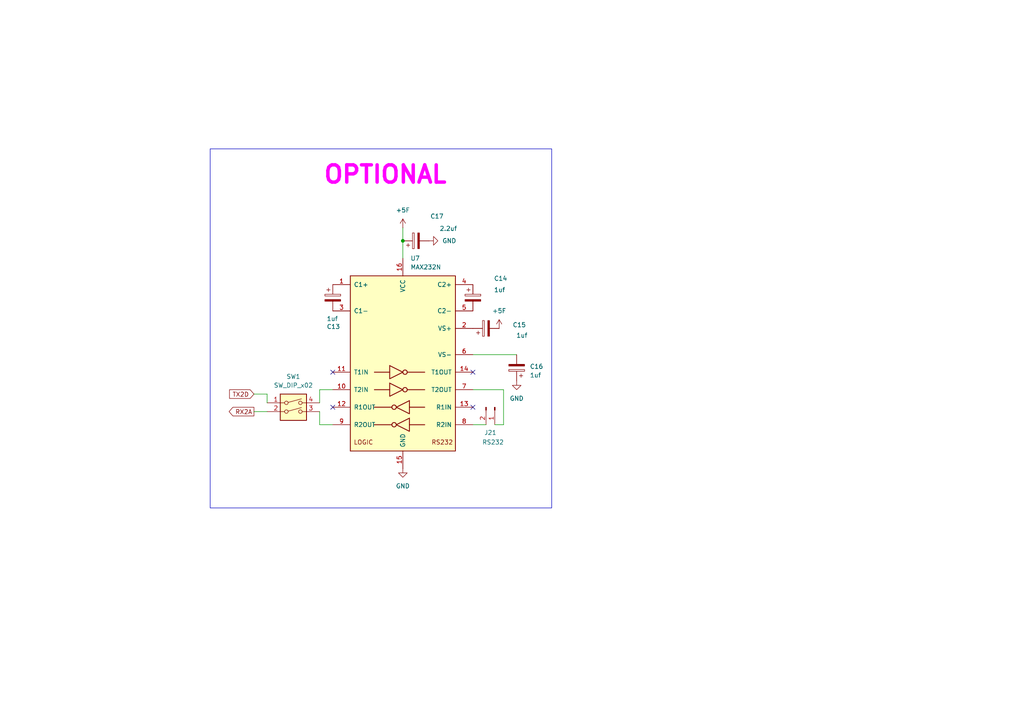
<source format=kicad_sch>
(kicad_sch (version 20231120) (generator "eeschema") (generator_version "8.0")
  (paper "A4")
  (lib_symbols
    (symbol "Connector:Conn_01x02_Pin" (pin_names (offset 1.016) hide)
      (property "Reference" "J" (at 0 2.54 0))
      (property "Value" "Conn_01x02_Pin" (at 0 -5.08 0))
      (symbol "Conn_01x02_Pin_1_1"
        (polyline (pts (xy 1.27 -2.54) (xy 0.8636 -2.54)) (stroke (width 0.1524)))
        (polyline (pts (xy 1.27 0) (xy 0.8636 0)) (stroke (width 0.1524)))
        (rectangle (start 0.8636 -2.413) (end 0 -2.667) (stroke (width 0.1524)) (fill (type outline)))
        (rectangle (start 0.8636 0.127) (end 0 -0.127) (stroke (width 0.1524)) (fill (type outline)))
        (pin passive line (at 5.08 0 180) (length 3.81) (name "Pin_1") (number "1"))
        (pin passive line (at 5.08 -2.54 180) (length 3.81) (name "Pin_2") (number "2"))
      )
    )
    (symbol "Device:C_Polarized" (pin_numbers hide) (pin_names (offset 0.254))
      (property "Reference" "C" (at 0.635 2.54 0))
      (property "Value" "C_Polarized" (at 0.635 -2.54 0))
      (symbol "C_Polarized_0_1"
        (rectangle (start -2.286 0.508) (end 2.286 1.016))
        (polyline (pts (xy -1.778 2.286) (xy -0.762 2.286)))
        (polyline (pts (xy -1.27 2.794) (xy -1.27 1.778)))
        (rectangle (start 2.286 -0.508) (end -2.286 -1.016) (fill (type outline)))
      )
      (symbol "C_Polarized_1_1"
        (pin passive line (at 0 3.81 270) (length 2.794) (name "~") (number "1"))
        (pin passive line (at 0 -3.81 90) (length 2.794) (name "~") (number "2"))
      )
    )
    (symbol "Interface_UART:MAX232" (pin_names (offset 1.016))
      (property "Reference" "U" (at -2.54 28.575 0))
      (property "Value" "MAX232" (at -2.54 26.67 0))
      (symbol "MAX232_0_0"
        (text "LOGIC" (at -11.43 -22.86 0) (effects (font (size 1.27 1.27))))
        (text "RS232" (at 11.43 -22.86 0) (effects (font (size 1.27 1.27))))
      )
      (symbol "MAX232_0_1"
        (rectangle (start -15.24 -25.4) (end 15.24 25.4) (stroke (width 0.254)) (fill (type background)))
        (circle (center -2.54 -17.78) (radius 0.635) (stroke (width 0.254)))
        (circle (center -2.54 -12.7) (radius 0.635) (stroke (width 0.254)))
        (polyline (pts (xy -3.81 -7.62) (xy -8.255 -7.62)) (stroke (width 0.254)))
        (polyline (pts (xy -3.81 -2.54) (xy -8.255 -2.54)) (stroke (width 0.254)))
        (polyline (pts (xy -3.175 -17.78) (xy -8.255 -17.78)) (stroke (width 0.254)))
        (polyline (pts (xy -3.175 -12.7) (xy -8.255 -12.7)) (stroke (width 0.254)))
        (polyline (pts (xy 1.27 -7.62) (xy 6.35 -7.62)) (stroke (width 0.254)))
        (polyline (pts (xy 1.27 -2.54) (xy 6.35 -2.54)) (stroke (width 0.254)))
        (polyline (pts (xy 1.905 -17.78) (xy 6.35 -17.78)) (stroke (width 0.254)))
        (polyline (pts (xy 1.905 -12.7) (xy 6.35 -12.7)) (stroke (width 0.254)))
        (polyline (pts (xy -3.81 -5.715) (xy -3.81 -9.525) (xy 0 -7.62) (xy -3.81 -5.715)) (stroke (width 0.254)))
        (polyline (pts (xy -3.81 -0.635) (xy -3.81 -4.445) (xy 0 -2.54) (xy -3.81 -0.635)) (stroke (width 0.254)))
        (polyline (pts (xy 1.905 -15.875) (xy 1.905 -19.685) (xy -1.905 -17.78) (xy 1.905 -15.875)) (stroke (width 0.254)))
        (polyline (pts (xy 1.905 -10.795) (xy 1.905 -14.605) (xy -1.905 -12.7) (xy 1.905 -10.795)) (stroke (width 0.254)))
        (circle (center 0.635 -7.62) (radius 0.635) (stroke (width 0.254)))
        (circle (center 0.635 -2.54) (radius 0.635) (stroke (width 0.254)))
      )
      (symbol "MAX232_1_1"
        (pin passive line (at -20.32 22.86 0) (length 5.08) (name "C1+") (number "1"))
        (pin input line (at -20.32 -7.62 0) (length 5.08) (name "T2IN") (number "10"))
        (pin input line (at -20.32 -2.54 0) (length 5.08) (name "T1IN") (number "11"))
        (pin output line (at -20.32 -12.7 0) (length 5.08) (name "R1OUT") (number "12"))
        (pin input line (at 20.32 -12.7 180) (length 5.08) (name "R1IN") (number "13"))
        (pin output line (at 20.32 -2.54 180) (length 5.08) (name "T1OUT") (number "14"))
        (pin power_in line (at 0 -30.48 90) (length 5.08) (name "GND") (number "15"))
        (pin power_in line (at 0 30.48 270) (length 5.08) (name "VCC") (number "16"))
        (pin power_out line (at 20.32 10.16 180) (length 5.08) (name "VS+") (number "2"))
        (pin passive line (at -20.32 15.24 0) (length 5.08) (name "C1-") (number "3"))
        (pin passive line (at 20.32 22.86 180) (length 5.08) (name "C2+") (number "4"))
        (pin passive line (at 20.32 15.24 180) (length 5.08) (name "C2-") (number "5"))
        (pin power_out line (at 20.32 2.54 180) (length 5.08) (name "VS-") (number "6"))
        (pin output line (at 20.32 -7.62 180) (length 5.08) (name "T2OUT") (number "7"))
        (pin input line (at 20.32 -17.78 180) (length 5.08) (name "R2IN") (number "8"))
        (pin output line (at -20.32 -17.78 0) (length 5.08) (name "R2OUT") (number "9"))
      )
    )
    (symbol "Switch:SW_DIP_x02" (pin_names (offset 0) hide)
      (property "Reference" "SW" (at 0 6.35 0))
      (property "Value" "SW_DIP_x02" (at 0 -3.81 0))
      (symbol "SW_DIP_x02_0_0"
        (circle (center -2.032 0) (radius 0.508))
        (circle (center -2.032 2.54) (radius 0.508))
        (polyline (pts (xy -1.524 0.127) (xy 2.3622 1.1684)))
        (polyline (pts (xy -1.524 2.667) (xy 2.3622 3.7084)))
        (circle (center 2.032 0) (radius 0.508))
        (circle (center 2.032 2.54) (radius 0.508))
      )
      (symbol "SW_DIP_x02_0_1"
        (rectangle (start -3.81 5.08) (end 3.81 -2.54) (stroke (width 0.254)) (fill (type background)))
      )
      (symbol "SW_DIP_x02_1_1"
        (pin passive line (at -7.62 2.54 0) (length 5.08) (name "~") (number "1"))
        (pin passive line (at -7.62 0 0) (length 5.08) (name "~") (number "2"))
        (pin passive line (at 7.62 0 180) (length 5.08) (name "~") (number "3"))
        (pin passive line (at 7.62 2.54 180) (length 5.08) (name "~") (number "4"))
      )
    )
    (symbol "power:+5F" (power) (pin_numbers hide) (pin_names (offset 0) hide)
      (property "Value" "+5F" (at 0 3.556 0))
      (symbol "+5F_0_1"
        (polyline (pts (xy -0.762 1.27) (xy 0 2.54)))
        (polyline (pts (xy 0 0) (xy 0 2.54)))
        (polyline (pts (xy 0 2.54) (xy 0.762 1.27)))
      )
      (symbol "+5F_1_1"
        (pin power_in line (at 0 0 90) (length 0) (name "~") (number "1"))
      )
    )
    (symbol "power:GND" (power) (pin_numbers hide) (pin_names (offset 0) hide)
      (property "Value" "GND" (at 0 -3.81 0))
      (symbol "GND_0_1"
        (polyline (pts (xy 0 0) (xy 0 -1.27) (xy 1.27 -1.27) (xy 0 -2.54) (xy -1.27 -1.27) (xy 0 -1.27)))
      )
      (symbol "GND_1_1"
        (pin power_in line (at 0 0 270) (length 0) (name "~") (number "1"))
      )
    )
  )
  (junction (at 116.84 69.85))
  (no_connect (at 96.52 118.11))
  (no_connect (at 137.16 118.11))
  (no_connect (at 96.52 107.95))
  (no_connect (at 137.16 107.95))
  (wire (pts (xy 137.16 123.19) (xy 140.97 123.19)))
  (wire (pts (xy 92.71 113.03) (xy 92.71 116.84)))
  (wire (pts (xy 96.52 123.19) (xy 92.71 123.19)))
  (wire (pts (xy 116.84 69.85) (xy 116.84 74.93)))
  (wire (pts (xy 96.52 113.03) (xy 92.71 113.03)))
  (wire (pts (xy 137.16 102.87) (xy 149.86 102.87)))
  (wire (pts (xy 73.66 114.3) (xy 77.47 114.3)))
  (wire (pts (xy 146.05 123.19) (xy 143.51 123.19)))
  (wire (pts (xy 137.16 113.03) (xy 146.05 113.03)))
  (wire (pts (xy 77.47 114.3) (xy 77.47 116.84)))
  (wire (pts (xy 116.84 66.04) (xy 116.84 69.85)))
  (wire (pts (xy 146.05 113.03) (xy 146.05 123.19)))
  (wire (pts (xy 73.66 119.38) (xy 77.47 119.38)))
  (wire (pts (xy 92.71 123.19) (xy 92.71 119.38)))
  (rectangle (start 60.96 43.18) (end 160.02 147.32))
  (text "OPTIONAL" (at 111.76 50.8 0) (effects (font (size 5 5) (thickness 1) (bold yes))))
  (global_label "TX2D" (shape input) (at 73.66 114.3 180) (property "Intersheetrefs" "${INTERSHEET_REFS}" (effects (hide yes))))
  (global_label "RX2A" (shape output) (at 73.66 119.38 180) (property "Intersheetrefs" "${INTERSHEET_REFS}" (effects (hide yes))))
  (symbol (lib_id "Device:C_Polarized") (at 96.52 86.36 0) (unit 1)
    (property "Reference" "C13" (at 94.742 94.742 0) (effects (justify left)))
    (property "Value" "1uf" (at 94.742 92.456 0) (effects (justify left)))
    (property "Footprint" "Capacitor_THT:CP_Radial_D5.0mm_P2.00mm" (effects (hide yes)))
    (property "Description" "Polarized capacitor" (effects (hide yes)))
  )
  (symbol (lib_id "power:GND") (at 124.46 69.85 90) (unit 1)
    (property "Reference" "#PWR75" (effects (hide yes)))
    (property "Value" "GND" (at 128.27 69.8499 90) (effects (justify right)))
    (property "Description" "Power symbol creates a global label with name \"GND\" , ground" (effects (hide yes)))
  )
  (symbol (lib_id "power:GND") (at 116.84 135.89 0) (unit 1)
    (property "Reference" "#PWR71" (effects (hide yes)))
    (property "Value" "GND" (at 116.84 140.97 0))
    (property "Description" "Power symbol creates a global label with name \"GND\" , ground" (effects (hide yes)))
  )
  (symbol (lib_id "Switch:SW_DIP_x02") (at 85.09 119.38 0) (unit 1)
    (property "Reference" "SW1" (at 85.09 109.22 0))
    (property "Value" "SW_DIP_x02" (at 85.09 111.76 0))
    (property "Footprint" "Button_Switch_THT:SW_DIP_SPSTx02_Slide_9.78x7.26mm_W7.62mm_P2.54mm" (effects (hide yes)))
    (property "Description" "2x DIP Switch, Single Pole Single Throw (SPST) switch, small symbol" (effects (hide yes)))
  )
  (symbol (lib_id "Device:C_Polarized") (at 137.16 86.36 0) (unit 1)
    (property "Reference" "C14" (at 143.256 80.772 0) (effects (justify left)))
    (property "Value" "1uf" (at 143.256 84.074 0) (effects (justify left)))
    (property "Footprint" "Capacitor_THT:CP_Radial_D5.0mm_P2.00mm" (effects (hide yes)))
    (property "Description" "Polarized capacitor" (effects (hide yes)))
  )
  (symbol (lib_id "power:GND") (at 149.86 110.49 0) (unit 1)
    (property "Reference" "#PWR73" (effects (hide yes)))
    (property "Value" "GND" (at 149.86 115.57 0))
    (property "Description" "Power symbol creates a global label with name \"GND\" , ground" (effects (hide yes)))
  )
  (symbol (lib_id "power:+5F") (at 116.84 66.04 0) (unit 1)
    (property "Reference" "#PWR72" (effects (hide yes)))
    (property "Value" "+5F" (at 116.84 60.96 0))
    (property "Description" "Power symbol creates a global label with name \"+5F\"" (effects (hide yes)))
  )
  (symbol (lib_id "Device:C_Polarized") (at 120.65 69.85 90) (unit 1)
    (property "Reference" "C17" (at 126.746 62.738 90))
    (property "Value" "2.2uf" (at 130.048 66.294 90))
    (property "Footprint" "Capacitor_THT:CP_Radial_D5.0mm_P2.00mm" (effects (hide yes)))
    (property "Description" "Polarized capacitor" (effects (hide yes)))
  )
  (symbol (lib_id "power:+5F") (at 144.78 95.25 0) (unit 1)
    (property "Reference" "#PWR74" (effects (hide yes)))
    (property "Value" "+5F" (at 144.78 90.17 0))
    (property "Description" "Power symbol creates a global label with name \"+5F\"" (effects (hide yes)))
  )
  (symbol (lib_id "Interface_UART:MAX232") (at 116.84 105.41 0) (unit 1)
    (property "Reference" "U7" (at 119.0341 74.93 0) (effects (justify left)))
    (property "Value" "MAX232N" (at 119.0341 77.47 0) (effects (justify left)))
    (property "Footprint" "Package_DIP:DIP-16_W7.62mm" (effects (hide yes)))
    (property "Datasheet" "http://www.ti.com/lit/ds/symlink/max232.pdf" (effects (hide yes)))
    (property "Description" "Dual RS232 driver/receiver, 5V supply, 120kb/s, 0C-70C" (effects (hide yes)))
  )
  (symbol (lib_id "Connector:Conn_01x02_Pin") (at 143.51 118.11 270) (unit 1)
    (property "Reference" "J21" (at 142.24 125.476 90))
    (property "Value" "RS232" (at 143.002 128.27 90))
    (property "Footprint" "Connector_JST:JST_EH_B2B-EH-A_1x02_P2.50mm_Vertical" (effects (hide yes)))
    (property "Description" "Generic connector, single row, 01x02, script generated" (effects (hide yes)))
  )
  (symbol (lib_id "Device:C_Polarized") (at 140.97 95.25 90) (unit 1)
    (property "Reference" "C15" (at 150.622 94.234 90))
    (property "Value" "1uf" (at 151.384 97.282 90))
    (property "Footprint" "Capacitor_THT:CP_Radial_D5.0mm_P2.00mm" (effects (hide yes)))
    (property "Description" "Polarized capacitor" (effects (hide yes)))
  )
  (symbol (lib_id "Device:C_Polarized") (at 149.86 106.68 180) (unit 1)
    (property "Reference" "C16" (at 153.67 106.2989 0) (effects (justify right)))
    (property "Value" "1uf" (at 153.67 108.8389 0) (effects (justify right)))
    (property "Footprint" "Capacitor_THT:CP_Radial_D5.0mm_P2.00mm" (effects (hide yes)))
    (property "Description" "Polarized capacitor" (effects (hide yes)))
  )
)
</source>
